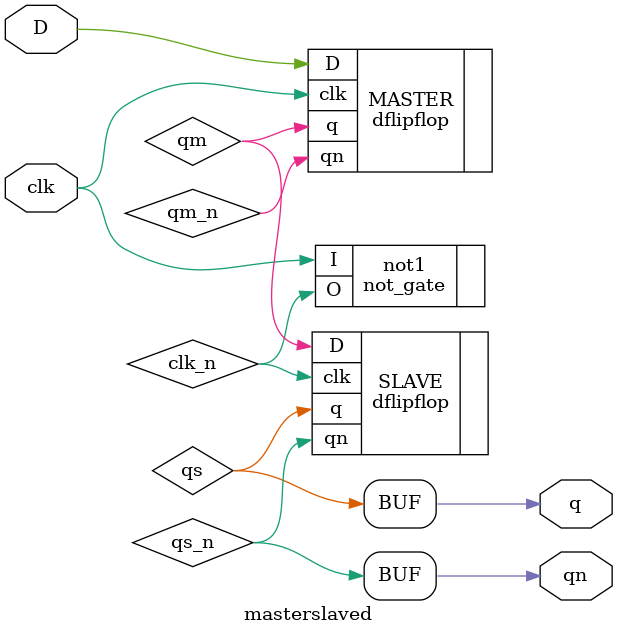
<source format=v>
`timescale 1ns / 1ps

module masterslaved(
                    input D,
                    input clk,
                    output q,
                    output qn
);
wire qm;
wire qm_n;
wire clk_n;
wire qs;
wire qs_n;

assign q = qs;
assign qn = qs_n;
not_gate not1 (.I(clk),.O(clk_n));
dflipflop MASTER (.D(D),.clk(clk),.q(qm),.qn(qm_n));
dflipflop SLAVE (.D(qm),.clk(clk_n),.q(qs),.qn(qs_n));
endmodule

</source>
